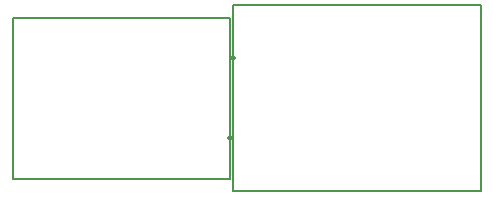
<source format=gto>
%FSLAX33Y33*%
%MOMM*%
%ADD10C,0.15*%
%ADD11C,0.5*%
%ADD12C,0.5*%
D10*
%LNtop silkscreen_traces*%
%LNtop silkscreen component 9bedb3a682e5a9c3*%
G01*
X40080Y0370D02*
X19110Y0370D01*
X19110Y16130*
X40080Y16130*
X40080Y0370*
D11*
X18830Y4895D03*
%LNtop silkscreen component 4d4f1128591a25da*%
D10*
X0460Y15050D02*
X18860Y15050D01*
X18860Y1450*
X0460Y1450*
X0460Y15050*
D12*
X19120Y11675D03*
M02*
</source>
